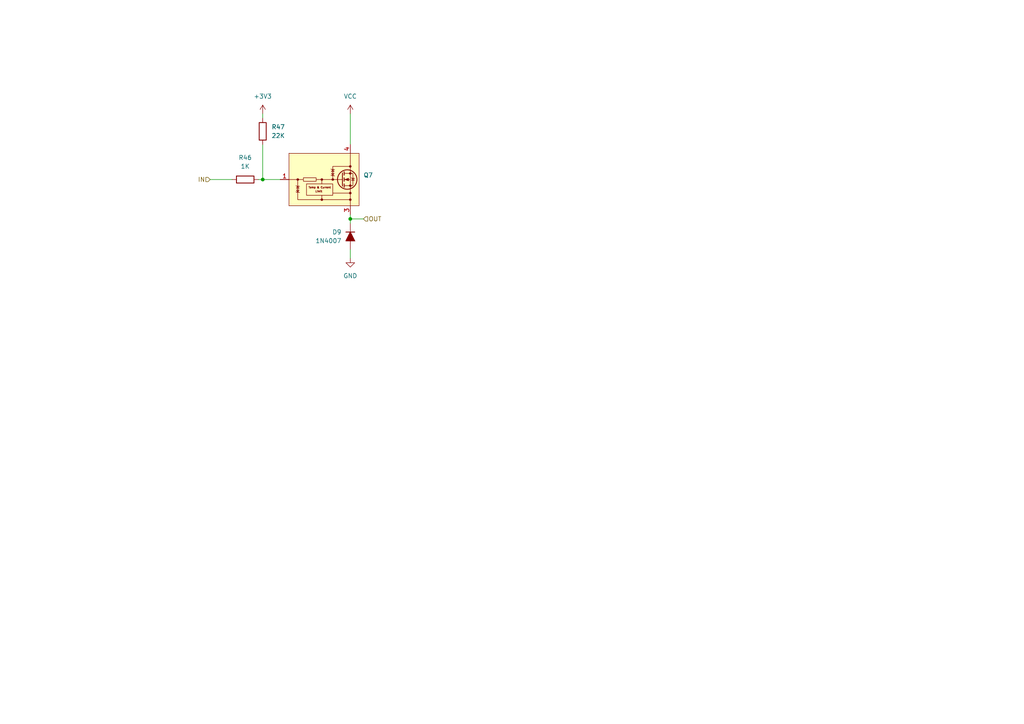
<source format=kicad_sch>
(kicad_sch (version 20250114) (generator "eeschema") (generator_version "9.0")
  (paper "A4")
  (lib_symbols
    (symbol "Driver_FET:NCV8402xST" (pin_names (offset 0) (hide yes))
      (property "Reference" "Q" (at 5.08 8.89 0))
      (property "Value" "NCV8402xST" (at -11.43 8.89 0))
      (symbol "NCV8402xST_0_0"
        (rectangle (start -10.16 7.62) (end 10.16 -7.62) (fill (type background)))
        (rectangle (start -5.969 0.508) (end -2.286 -0.508))
        (polyline (pts (xy -0.635 -1.27) (xy -0.635 -0.635) (xy -0.635 0)))
        (polyline (pts (xy -0.635 -5.842) (xy -7.62 -5.842) (xy -7.62 0) (xy -6.096 0)))
        (polyline (pts (xy 2.54 0) (xy -2.286 0) (xy -0.889 0)))
        (polyline (pts (xy 2.54 0) (xy 2.54 3.81) (xy 7.62 3.81)))
        (polyline (pts (xy 7.62 2.54) (xy 7.62 7.62)))
        (polyline (pts (xy 7.62 2.54) (xy 7.62 -7.62)))
        (polyline (pts (xy 7.62 -5.842) (xy -0.635 -5.842) (xy -0.635 -4.572)))
        (text "Limit" (at -1.524 -3.429 0) (effects (font (size 0.5334 0.5334))))
        (text "Temp & Current" (at -1.27 -2.286 0) (effects (font (size 0.5334 0.5334))))
      )
      (symbol "NCV8402xST_0_1"
        (polyline (pts (xy -7.62 0) (xy -10.16 0)))
        (rectangle (start -5.08 -1.27) (end 2.54 -4.572))
        (polyline (pts (xy 7.62 -3.937) (xy 2.667 -3.937)))
      )
      (symbol "NCV8402xST_1_1"
        (polyline (pts (xy -8.128 -1.778) (xy -8.001 -1.905) (xy -7.239 -1.905) (xy -7.112 -2.032)))
        (circle (center -7.62 0) (radius 0.2794) (fill (type outline)))
        (polyline (pts (xy -7.62 -1.905) (xy -8.001 -2.54) (xy -7.239 -2.54) (xy -7.62 -1.905)))
        (polyline (pts (xy -7.62 -3.683) (xy -7.239 -3.048) (xy -8.001 -3.048) (xy -7.62 -3.683)))
        (polyline (pts (xy -7.112 -3.81) (xy -7.239 -3.683) (xy -8.001 -3.683) (xy -8.128 -3.556)))
        (circle (center -0.635 0) (radius 0.2794) (fill (type outline)))
        (circle (center -0.635 -5.842) (radius 0.2794) (fill (type outline)))
        (polyline (pts (xy 2.032 3.048) (xy 2.159 2.921) (xy 2.921 2.921) (xy 3.048 2.794)))
        (polyline (pts (xy 2.54 2.921) (xy 2.159 2.286) (xy 2.921 2.286) (xy 2.54 2.921)))
        (polyline (pts (xy 2.54 1.143) (xy 2.921 1.778) (xy 2.159 1.778) (xy 2.54 1.143)))
        (polyline (pts (xy 2.54 0) (xy 5.334 0)))
        (circle (center 2.54 0) (radius 0.2794) (fill (type outline)))
        (polyline (pts (xy 3.048 1.016) (xy 2.921 1.143) (xy 2.159 1.143) (xy 2.032 1.27)))
        (polyline (pts (xy 5.334 1.905) (xy 5.334 -1.905) (xy 5.334 -1.905)) (stroke (width 0.254)))
        (polyline (pts (xy 5.842 2.286) (xy 5.842 1.27)) (stroke (width 0.254)))
        (polyline (pts (xy 5.842 1.778) (xy 7.62 1.778)))
        (polyline (pts (xy 5.842 0.508) (xy 5.842 -0.508)) (stroke (width 0.254)))
        (polyline (pts (xy 5.842 0) (xy 7.62 0)))
        (polyline (pts (xy 5.842 -1.27) (xy 5.842 -2.286)) (stroke (width 0.254)))
        (polyline (pts (xy 5.842 -1.778) (xy 7.62 -1.778)))
        (polyline (pts (xy 6.096 0) (xy 7.112 0.381) (xy 7.112 -0.381) (xy 6.096 0)) (fill (type outline)))
        (circle (center 6.731 0) (radius 2.8194) (stroke (width 0.254)))
        (circle (center 7.62 3.81) (radius 0.2794) (fill (type outline)))
        (polyline (pts (xy 7.62 2.54) (xy 7.62 1.778)))
        (circle (center 7.62 1.778) (radius 0.2794) (fill (type outline)))
        (polyline (pts (xy 7.62 -1.778) (xy 7.62 0)))
        (polyline (pts (xy 7.62 -1.778) (xy 7.62 -2.54)))
        (polyline (pts (xy 7.62 -1.778) (xy 8.382 -1.778) (xy 8.382 1.778) (xy 7.62 1.778)))
        (circle (center 7.62 -1.778) (radius 0.2794) (fill (type outline)))
        (circle (center 7.62 -3.937) (radius 0.2794) (fill (type outline)))
        (circle (center 7.62 -5.842) (radius 0.2794) (fill (type outline)))
        (polyline (pts (xy 7.874 0.508) (xy 8.001 0.381) (xy 8.763 0.381) (xy 8.89 0.254)))
        (polyline (pts (xy 8.382 0.381) (xy 8.001 -0.254) (xy 8.763 -0.254) (xy 8.382 0.381)))
        (pin input line (at -12.7 0 0) (length 2.54) (name "G") (number "1"))
        (pin passive line (at 7.62 10.16 270) (length 2.54) (hide yes) (name "D") (number "2"))
        (pin passive line (at 7.62 10.16 270) (length 2.54) (name "D") (number "4"))
        (pin passive line (at 7.62 -10.16 90) (length 2.54) (name "S") (number "3"))
      )
    )
    (symbol "PCM_Diode_AKL:1N4007" (pin_numbers (hide yes)) (pin_names (offset 1.016) (hide yes))
      (property "Reference" "D" (at 0 5.08 0))
      (property "Value" "1N4007" (at 0 2.54 0))
      (symbol "1N4007_0_1"
        (polyline (pts (xy -1.27 1.27) (xy -1.27 -1.27) (xy 1.27 0) (xy -1.27 1.27)) (stroke (width 0.254)) (fill (type outline)))
        (polyline (pts (xy -1.27 0) (xy 1.27 0)))
        (polyline (pts (xy 1.27 1.27) (xy 1.27 -1.27)) (stroke (width 0.254)))
      )
      (symbol "1N4007_0_2"
        (polyline (pts (xy -2.54 -2.54) (xy 2.54 2.54)))
        (polyline (pts (xy -0.889 -0.889) (xy -1.778 0) (xy 0.889 0.889) (xy 0 -1.778) (xy -0.889 -0.889)) (stroke (width 0.254)) (fill (type outline)))
        (polyline (pts (xy 0 1.778) (xy 1.778 0)) (stroke (width 0.254)))
      )
      (symbol "1N4007_1_1"
        (pin passive line (at -3.81 0 0) (length 2.54) (name "A") (number "2"))
        (pin passive line (at 3.81 0 180) (length 2.54) (name "K") (number "1"))
      )
      (symbol "1N4007_1_2"
        (pin passive line (at -2.54 -2.54 0) (length 0) (name "A") (number "2"))
        (pin passive line (at 2.54 2.54 180) (length 0) (name "K") (number "1"))
      )
    )
    (symbol "PCM_Resistor_AKL:R_0603" (pin_numbers (hide yes)) (pin_names (offset 0))
      (property "Reference" "R" (at 2.54 1.27 0))
      (property "Value" "R_0603" (at 2.54 -1.27 0))
      (symbol "R_0603_0_1"
        (rectangle (start -1.016 2.54) (end 1.016 -2.54) (stroke (width 0.254)))
      )
      (symbol "R_0603_0_2"
        (polyline (pts (xy -2.54 -2.54) (xy -1.524 -1.524)))
        (polyline (pts (xy 1.524 1.524) (xy 2.54 2.54)))
        (polyline (pts (xy 1.524 1.524) (xy 0.889 2.159) (xy -2.159 -0.889) (xy -0.889 -2.159) (xy 2.159 0.889) (xy 1.524 1.524)) (stroke (width 0.254)))
      )
      (symbol "R_0603_1_1"
        (pin passive line (at 0 3.81 270) (length 1.27) (name "~") (number "1"))
        (pin passive line (at 0 -3.81 90) (length 1.27) (name "~") (number "2"))
      )
      (symbol "R_0603_1_2"
        (pin passive line (at -2.54 -2.54 0) (length 0) (name "") (number "2"))
        (pin passive line (at 2.54 2.54 180) (length 0) (name "") (number "1"))
      )
    )
    (symbol "power:+3V3" (power) (pin_numbers (hide yes)) (pin_names (offset 0) (hide yes))
      (property "Value" "+3V3" (at 0 3.556 0))
      (symbol "+3V3_0_1"
        (polyline (pts (xy -0.762 1.27) (xy 0 2.54)))
        (polyline (pts (xy 0 2.54) (xy 0.762 1.27)))
        (polyline (pts (xy 0 0) (xy 0 2.54)))
      )
      (symbol "+3V3_1_1"
        (pin power_in line (at 0 0 90) (length 0) (name "~") (number "1"))
      )
    )
    (symbol "power:GND" (power) (pin_numbers (hide yes)) (pin_names (offset 0) (hide yes))
      (property "Value" "GND" (at 0 -3.81 0))
      (symbol "GND_0_1"
        (polyline (pts (xy 0 0) (xy 0 -1.27) (xy 1.27 -1.27) (xy 0 -2.54) (xy -1.27 -1.27) (xy 0 -1.27)))
      )
      (symbol "GND_1_1"
        (pin power_in line (at 0 0 270) (length 0) (name "~") (number "1"))
      )
    )
    (symbol "power:VCC" (power) (pin_numbers (hide yes)) (pin_names (offset 0) (hide yes))
      (property "Value" "VCC" (at 0 3.556 0))
      (symbol "VCC_0_1"
        (polyline (pts (xy -0.762 1.27) (xy 0 2.54)))
        (polyline (pts (xy 0 2.54) (xy 0.762 1.27)))
        (polyline (pts (xy 0 0) (xy 0 2.54)))
      )
      (symbol "VCC_1_1"
        (pin power_in line (at 0 0 90) (length 0) (name "~") (number "1"))
      )
    )
  )
  (junction (at 76.2 52.07))
  (junction (at 101.6 63.5))
  (wire (pts (xy 76.2 41.91) (xy 76.2 52.07)))
  (wire (pts (xy 101.6 63.5) (xy 101.6 62.23)))
  (wire (pts (xy 101.6 64.77) (xy 101.6 63.5)))
  (wire (pts (xy 74.93 52.07) (xy 76.2 52.07)))
  (wire (pts (xy 60.96 52.07) (xy 67.31 52.07)))
  (wire (pts (xy 101.6 33.02) (xy 101.6 41.91)))
  (wire (pts (xy 76.2 33.02) (xy 76.2 34.29)))
  (wire (pts (xy 76.2 52.07) (xy 81.28 52.07)))
  (wire (pts (xy 105.41 63.5) (xy 101.6 63.5)))
  (wire (pts (xy 101.6 74.93) (xy 101.6 72.39)))
  (hierarchical_label "OUT" (shape input) (at 105.41 63.5 0))
  (hierarchical_label "IN" (shape input) (at 60.96 52.07 180))
  (symbol (lib_id "PCM_Resistor_AKL:R_0603") (at 76.2 38.1 180) (unit 1)
    (property "Reference" "R45" (at 78.74 36.8299 0) (effects (justify right)))
    (property "Value" "22K" (at 78.74 39.3699 0) (effects (justify right)))
    (property "Footprint" "PCM_Resistor_SMD_AKL:R_0603_1608Metric" (effects (hide yes)))
    (property "Description" "SMD 0603 Chip Resistor, European Symbol, Alternate KiCad Library" (effects (hide yes)))
    (property "PART NUMBERT" "RC0603FR-0722KL" (effects (hide yes)))
    (instances (project "NIVARA" (path "" (reference "R47") (unit 1)) (path "" (reference "R45") (unit 1))))
  )
  (symbol (lib_id "power:VCC") (at 101.6 33.02 0) (unit 1)
    (property "Reference" "#PWR091" (effects (hide yes)))
    (property "Value" "VCC" (at 101.6 27.94 0))
    (property "Description" "Power symbol creates a global label with name \"VCC\"" (effects (hide yes)))
    (instances (project "NIVARA" (path "" (reference "#PWR094") (unit 1)) (path "" (reference "#PWR091") (unit 1))))
  )
  (symbol (lib_id "PCM_Resistor_AKL:R_0603") (at 71.12 52.07 270) (unit 1)
    (property "Reference" "R42" (at 71.12 45.72 90))
    (property "Value" "1K" (at 71.12 48.26 90))
    (property "Footprint" "PCM_Resistor_SMD_AKL:R_0603_1608Metric" (effects (hide yes)))
    (property "Description" "SMD 0603 Chip Resistor, European Symbol, Alternate KiCad Library" (effects (hide yes)))
    (property "PART NUMBERT" "RC0603FR-071KL" (effects (hide yes)))
    (instances (project "NIVARA" (path "" (reference "R46") (unit 1)) (path "" (reference "R42") (unit 1))))
  )
  (symbol (lib_id "power:+3V3") (at 76.2 33.02 0) (unit 1)
    (property "Reference" "#PWR045" (effects (hide yes)))
    (property "Value" "+3V3" (at 76.2 27.94 0))
    (property "Description" "Power symbol creates a global label with name \"+3V3\"" (effects (hide yes)))
    (instances (project "" (path "" (reference "#PWR093") (unit 1)) (path "" (reference "#PWR045") (unit 1))))
  )
  (symbol (lib_id "power:GND") (at 101.6 74.93 0) (unit 1)
    (property "Reference" "#PWR0101" (effects (hide yes)))
    (property "Value" "GND" (at 101.6 80.01 0))
    (property "Description" "Power symbol creates a global label with name \"GND\" , ground" (effects (hide yes)))
    (instances (project "NIVARA" (path "" (reference "#PWR095") (unit 1)) (path "" (reference "#PWR0101") (unit 1))))
  )
  (symbol (lib_id "PCM_Diode_AKL:1N4007") (at 101.6 68.58 270) (mirror x) (unit 1)
    (property "Reference" "D8" (at 99.06 67.3099 90) (effects (justify right)))
    (property "Value" "1N4007" (at 99.06 69.8499 90) (effects (justify right)))
    (property "Footprint" "Diode_SMD:D_SOD-123F" (effects (hide yes)))
    (property "Datasheet" "https://www.tme.eu/Document/5f8ffc5ac30fc86bac97d66040bf5502/1n400x.pdf" (effects (hide yes)))
    (property "Description" "DO-41 Diode, Rectifier, 1000V, 1A, Alternate KiCad Library" (effects (hide yes)))
    (property "PART NUMBERT" "1N4007W 46MIL" (effects (hide yes)))
    (instances (project "NIVARA" (path "" (reference "D9") (unit 1)) (path "" (reference "D8") (unit 1))))
  )
  (symbol (lib_id "Driver_FET:NCV8402xST") (at 93.98 52.07 0) (unit 1)
    (property "Reference" "Q6" (at 105.41 50.7999 0) (effects (justify left)))
    (property "Value" "NCV8402xST" (effects (hide yes)))
    (property "Footprint" "Package_TO_SOT_SMD:SOT-223" (effects (hide yes)))
    (property "Datasheet" "https://www.onsemi.com/pub/Collateral/NCV8402-D.PDF" (effects (hide yes)))
    (property "Description" "Self-Protected Low Side Driver with Temperature and Current Limit, SOT−223" (effects (hide yes)))
    (instances (project "NIVARA" (path "" (reference "Q7") (unit 1)) (path "" (reference "Q6") (unit 1))))
  )
)
</source>
